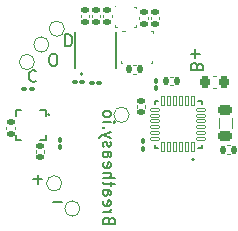
<source format=gbo>
G04 #@! TF.GenerationSoftware,KiCad,Pcbnew,(7.0.0)*
G04 #@! TF.CreationDate,2023-09-09T16:46:03-08:00*
G04 #@! TF.ProjectId,THINGY_2.0,5448494e-4759-45f3-922e-302e6b696361,rev?*
G04 #@! TF.SameCoordinates,Original*
G04 #@! TF.FileFunction,Legend,Bot*
G04 #@! TF.FilePolarity,Positive*
%FSLAX46Y46*%
G04 Gerber Fmt 4.6, Leading zero omitted, Abs format (unit mm)*
G04 Created by KiCad (PCBNEW (7.0.0)) date 2023-09-09 16:46:03*
%MOMM*%
%LPD*%
G01*
G04 APERTURE LIST*
G04 Aperture macros list*
%AMRoundRect*
0 Rectangle with rounded corners*
0 $1 Rounding radius*
0 $2 $3 $4 $5 $6 $7 $8 $9 X,Y pos of 4 corners*
0 Add a 4 corners polygon primitive as box body*
4,1,4,$2,$3,$4,$5,$6,$7,$8,$9,$2,$3,0*
0 Add four circle primitives for the rounded corners*
1,1,$1+$1,$2,$3*
1,1,$1+$1,$4,$5*
1,1,$1+$1,$6,$7*
1,1,$1+$1,$8,$9*
0 Add four rect primitives between the rounded corners*
20,1,$1+$1,$2,$3,$4,$5,0*
20,1,$1+$1,$4,$5,$6,$7,0*
20,1,$1+$1,$6,$7,$8,$9,0*
20,1,$1+$1,$8,$9,$2,$3,0*%
G04 Aperture macros list end*
%ADD10C,0.150000*%
%ADD11C,0.200000*%
%ADD12C,0.100000*%
%ADD13C,0.127000*%
%ADD14C,0.120000*%
%ADD15C,0.010000*%
%ADD16C,1.000000*%
%ADD17C,1.100000*%
%ADD18RoundRect,0.008100X0.126900X-0.396900X0.126900X0.396900X-0.126900X0.396900X-0.126900X-0.396900X0*%
%ADD19RoundRect,0.027000X0.378000X-0.108000X0.378000X0.108000X-0.378000X0.108000X-0.378000X-0.108000X0*%
%ADD20R,2.700000X2.700000*%
%ADD21RoundRect,0.100000X-0.130000X-0.100000X0.130000X-0.100000X0.130000X0.100000X-0.130000X0.100000X0*%
%ADD22RoundRect,0.140000X0.170000X-0.140000X0.170000X0.140000X-0.170000X0.140000X-0.170000X-0.140000X0*%
%ADD23RoundRect,0.100000X0.100000X-0.130000X0.100000X0.130000X-0.100000X0.130000X-0.100000X-0.130000X0*%
%ADD24RoundRect,0.140000X0.140000X0.170000X-0.140000X0.170000X-0.140000X-0.170000X0.140000X-0.170000X0*%
%ADD25RoundRect,0.218750X0.381250X-0.218750X0.381250X0.218750X-0.381250X0.218750X-0.381250X-0.218750X0*%
%ADD26RoundRect,0.100000X-0.100000X0.130000X-0.100000X-0.130000X0.100000X-0.130000X0.100000X0.130000X0*%
%ADD27R,0.400000X0.400000*%
%ADD28C,0.200000*%
%ADD29RoundRect,0.140000X-0.140000X-0.170000X0.140000X-0.170000X0.140000X0.170000X-0.140000X0.170000X0*%
%ADD30R,0.500000X0.350000*%
%ADD31RoundRect,0.100000X0.130000X0.100000X-0.130000X0.100000X-0.130000X-0.100000X0.130000X-0.100000X0*%
%ADD32RoundRect,0.225000X-0.225000X-0.250000X0.225000X-0.250000X0.225000X0.250000X-0.225000X0.250000X0*%
%ADD33RoundRect,0.140000X-0.170000X0.140000X-0.170000X-0.140000X0.170000X-0.140000X0.170000X0.140000X0*%
%ADD34R,2.184400X1.473200*%
%ADD35R,2.133600X1.651000*%
G04 APERTURE END LIST*
D10*
X115123059Y-75376980D02*
X115123059Y-74376980D01*
X115123059Y-74376980D02*
X115361154Y-74376980D01*
X115361154Y-74376980D02*
X115504011Y-74424600D01*
X115504011Y-74424600D02*
X115599249Y-74519838D01*
X115599249Y-74519838D02*
X115646868Y-74615076D01*
X115646868Y-74615076D02*
X115694487Y-74805552D01*
X115694487Y-74805552D02*
X115694487Y-74948409D01*
X115694487Y-74948409D02*
X115646868Y-75138885D01*
X115646868Y-75138885D02*
X115599249Y-75234123D01*
X115599249Y-75234123D02*
X115504011Y-75329361D01*
X115504011Y-75329361D02*
X115361154Y-75376980D01*
X115361154Y-75376980D02*
X115123059Y-75376980D01*
X114013535Y-76026980D02*
X114204011Y-76026980D01*
X114204011Y-76026980D02*
X114299249Y-76074600D01*
X114299249Y-76074600D02*
X114394487Y-76169838D01*
X114394487Y-76169838D02*
X114442106Y-76360314D01*
X114442106Y-76360314D02*
X114442106Y-76693647D01*
X114442106Y-76693647D02*
X114394487Y-76884123D01*
X114394487Y-76884123D02*
X114299249Y-76979361D01*
X114299249Y-76979361D02*
X114204011Y-77026980D01*
X114204011Y-77026980D02*
X114013535Y-77026980D01*
X114013535Y-77026980D02*
X113918297Y-76979361D01*
X113918297Y-76979361D02*
X113823059Y-76884123D01*
X113823059Y-76884123D02*
X113775440Y-76693647D01*
X113775440Y-76693647D02*
X113775440Y-76360314D01*
X113775440Y-76360314D02*
X113823059Y-76169838D01*
X113823059Y-76169838D02*
X113918297Y-76074600D01*
X113918297Y-76074600D02*
X114013535Y-76026980D01*
X112634487Y-78311742D02*
X112586868Y-78359361D01*
X112586868Y-78359361D02*
X112444011Y-78406980D01*
X112444011Y-78406980D02*
X112348773Y-78406980D01*
X112348773Y-78406980D02*
X112205916Y-78359361D01*
X112205916Y-78359361D02*
X112110678Y-78264123D01*
X112110678Y-78264123D02*
X112063059Y-78168885D01*
X112063059Y-78168885D02*
X112015440Y-77978409D01*
X112015440Y-77978409D02*
X112015440Y-77835552D01*
X112015440Y-77835552D02*
X112063059Y-77645076D01*
X112063059Y-77645076D02*
X112110678Y-77549838D01*
X112110678Y-77549838D02*
X112205916Y-77454600D01*
X112205916Y-77454600D02*
X112348773Y-77406980D01*
X112348773Y-77406980D02*
X112444011Y-77406980D01*
X112444011Y-77406980D02*
X112586868Y-77454600D01*
X112586868Y-77454600D02*
X112634487Y-77502219D01*
D11*
X118836392Y-90123171D02*
X118788773Y-89980314D01*
X118788773Y-89980314D02*
X118741154Y-89932695D01*
X118741154Y-89932695D02*
X118645916Y-89885076D01*
X118645916Y-89885076D02*
X118503059Y-89885076D01*
X118503059Y-89885076D02*
X118407821Y-89932695D01*
X118407821Y-89932695D02*
X118360202Y-89980314D01*
X118360202Y-89980314D02*
X118312583Y-90075552D01*
X118312583Y-90075552D02*
X118312583Y-90456504D01*
X118312583Y-90456504D02*
X119312583Y-90456504D01*
X119312583Y-90456504D02*
X119312583Y-90123171D01*
X119312583Y-90123171D02*
X119264964Y-90027933D01*
X119264964Y-90027933D02*
X119217344Y-89980314D01*
X119217344Y-89980314D02*
X119122106Y-89932695D01*
X119122106Y-89932695D02*
X119026868Y-89932695D01*
X119026868Y-89932695D02*
X118931630Y-89980314D01*
X118931630Y-89980314D02*
X118884011Y-90027933D01*
X118884011Y-90027933D02*
X118836392Y-90123171D01*
X118836392Y-90123171D02*
X118836392Y-90456504D01*
X118312583Y-89456504D02*
X118979249Y-89456504D01*
X118788773Y-89456504D02*
X118884011Y-89408885D01*
X118884011Y-89408885D02*
X118931630Y-89361266D01*
X118931630Y-89361266D02*
X118979249Y-89266028D01*
X118979249Y-89266028D02*
X118979249Y-89170790D01*
X118360202Y-88456504D02*
X118312583Y-88551742D01*
X118312583Y-88551742D02*
X118312583Y-88742218D01*
X118312583Y-88742218D02*
X118360202Y-88837456D01*
X118360202Y-88837456D02*
X118455440Y-88885075D01*
X118455440Y-88885075D02*
X118836392Y-88885075D01*
X118836392Y-88885075D02*
X118931630Y-88837456D01*
X118931630Y-88837456D02*
X118979249Y-88742218D01*
X118979249Y-88742218D02*
X118979249Y-88551742D01*
X118979249Y-88551742D02*
X118931630Y-88456504D01*
X118931630Y-88456504D02*
X118836392Y-88408885D01*
X118836392Y-88408885D02*
X118741154Y-88408885D01*
X118741154Y-88408885D02*
X118645916Y-88885075D01*
X118312583Y-87551742D02*
X118836392Y-87551742D01*
X118836392Y-87551742D02*
X118931630Y-87599361D01*
X118931630Y-87599361D02*
X118979249Y-87694599D01*
X118979249Y-87694599D02*
X118979249Y-87885075D01*
X118979249Y-87885075D02*
X118931630Y-87980313D01*
X118360202Y-87551742D02*
X118312583Y-87646980D01*
X118312583Y-87646980D02*
X118312583Y-87885075D01*
X118312583Y-87885075D02*
X118360202Y-87980313D01*
X118360202Y-87980313D02*
X118455440Y-88027932D01*
X118455440Y-88027932D02*
X118550678Y-88027932D01*
X118550678Y-88027932D02*
X118645916Y-87980313D01*
X118645916Y-87980313D02*
X118693535Y-87885075D01*
X118693535Y-87885075D02*
X118693535Y-87646980D01*
X118693535Y-87646980D02*
X118741154Y-87551742D01*
X118979249Y-87218408D02*
X118979249Y-86837456D01*
X119312583Y-87075551D02*
X118455440Y-87075551D01*
X118455440Y-87075551D02*
X118360202Y-87027932D01*
X118360202Y-87027932D02*
X118312583Y-86932694D01*
X118312583Y-86932694D02*
X118312583Y-86837456D01*
X118312583Y-86504122D02*
X119312583Y-86504122D01*
X118312583Y-86075551D02*
X118836392Y-86075551D01*
X118836392Y-86075551D02*
X118931630Y-86123170D01*
X118931630Y-86123170D02*
X118979249Y-86218408D01*
X118979249Y-86218408D02*
X118979249Y-86361265D01*
X118979249Y-86361265D02*
X118931630Y-86456503D01*
X118931630Y-86456503D02*
X118884011Y-86504122D01*
X118360202Y-85218408D02*
X118312583Y-85313646D01*
X118312583Y-85313646D02*
X118312583Y-85504122D01*
X118312583Y-85504122D02*
X118360202Y-85599360D01*
X118360202Y-85599360D02*
X118455440Y-85646979D01*
X118455440Y-85646979D02*
X118836392Y-85646979D01*
X118836392Y-85646979D02*
X118931630Y-85599360D01*
X118931630Y-85599360D02*
X118979249Y-85504122D01*
X118979249Y-85504122D02*
X118979249Y-85313646D01*
X118979249Y-85313646D02*
X118931630Y-85218408D01*
X118931630Y-85218408D02*
X118836392Y-85170789D01*
X118836392Y-85170789D02*
X118741154Y-85170789D01*
X118741154Y-85170789D02*
X118645916Y-85646979D01*
X118312583Y-84313646D02*
X118836392Y-84313646D01*
X118836392Y-84313646D02*
X118931630Y-84361265D01*
X118931630Y-84361265D02*
X118979249Y-84456503D01*
X118979249Y-84456503D02*
X118979249Y-84646979D01*
X118979249Y-84646979D02*
X118931630Y-84742217D01*
X118360202Y-84313646D02*
X118312583Y-84408884D01*
X118312583Y-84408884D02*
X118312583Y-84646979D01*
X118312583Y-84646979D02*
X118360202Y-84742217D01*
X118360202Y-84742217D02*
X118455440Y-84789836D01*
X118455440Y-84789836D02*
X118550678Y-84789836D01*
X118550678Y-84789836D02*
X118645916Y-84742217D01*
X118645916Y-84742217D02*
X118693535Y-84646979D01*
X118693535Y-84646979D02*
X118693535Y-84408884D01*
X118693535Y-84408884D02*
X118741154Y-84313646D01*
X118360202Y-83885074D02*
X118312583Y-83789836D01*
X118312583Y-83789836D02*
X118312583Y-83599360D01*
X118312583Y-83599360D02*
X118360202Y-83504122D01*
X118360202Y-83504122D02*
X118455440Y-83456503D01*
X118455440Y-83456503D02*
X118503059Y-83456503D01*
X118503059Y-83456503D02*
X118598297Y-83504122D01*
X118598297Y-83504122D02*
X118645916Y-83599360D01*
X118645916Y-83599360D02*
X118645916Y-83742217D01*
X118645916Y-83742217D02*
X118693535Y-83837455D01*
X118693535Y-83837455D02*
X118788773Y-83885074D01*
X118788773Y-83885074D02*
X118836392Y-83885074D01*
X118836392Y-83885074D02*
X118931630Y-83837455D01*
X118931630Y-83837455D02*
X118979249Y-83742217D01*
X118979249Y-83742217D02*
X118979249Y-83599360D01*
X118979249Y-83599360D02*
X118931630Y-83504122D01*
X118979249Y-83123169D02*
X118312583Y-82885074D01*
X118979249Y-82646979D02*
X118312583Y-82885074D01*
X118312583Y-82885074D02*
X118074487Y-82980312D01*
X118074487Y-82980312D02*
X118026868Y-83027931D01*
X118026868Y-83027931D02*
X117979249Y-83123169D01*
X118407821Y-82266026D02*
X118360202Y-82218407D01*
X118360202Y-82218407D02*
X118312583Y-82266026D01*
X118312583Y-82266026D02*
X118360202Y-82313645D01*
X118360202Y-82313645D02*
X118407821Y-82266026D01*
X118407821Y-82266026D02*
X118312583Y-82266026D01*
X118312583Y-81789836D02*
X118979249Y-81789836D01*
X119312583Y-81789836D02*
X119264964Y-81837455D01*
X119264964Y-81837455D02*
X119217344Y-81789836D01*
X119217344Y-81789836D02*
X119264964Y-81742217D01*
X119264964Y-81742217D02*
X119312583Y-81789836D01*
X119312583Y-81789836D02*
X119217344Y-81789836D01*
X118312583Y-81170789D02*
X118360202Y-81266027D01*
X118360202Y-81266027D02*
X118407821Y-81313646D01*
X118407821Y-81313646D02*
X118503059Y-81361265D01*
X118503059Y-81361265D02*
X118788773Y-81361265D01*
X118788773Y-81361265D02*
X118884011Y-81313646D01*
X118884011Y-81313646D02*
X118931630Y-81266027D01*
X118931630Y-81266027D02*
X118979249Y-81170789D01*
X118979249Y-81170789D02*
X118979249Y-81027932D01*
X118979249Y-81027932D02*
X118931630Y-80932694D01*
X118931630Y-80932694D02*
X118884011Y-80885075D01*
X118884011Y-80885075D02*
X118788773Y-80837456D01*
X118788773Y-80837456D02*
X118503059Y-80837456D01*
X118503059Y-80837456D02*
X118407821Y-80885075D01*
X118407821Y-80885075D02*
X118360202Y-80932694D01*
X118360202Y-80932694D02*
X118312583Y-81027932D01*
X118312583Y-81027932D02*
X118312583Y-81170789D01*
D10*
X113146868Y-86656028D02*
X112384964Y-86656028D01*
X112765916Y-87036980D02*
X112765916Y-86275076D01*
X114826868Y-88526028D02*
X114064964Y-88526028D01*
X126266392Y-77063171D02*
X126218773Y-76920314D01*
X126218773Y-76920314D02*
X126171154Y-76872695D01*
X126171154Y-76872695D02*
X126075916Y-76825076D01*
X126075916Y-76825076D02*
X125933059Y-76825076D01*
X125933059Y-76825076D02*
X125837821Y-76872695D01*
X125837821Y-76872695D02*
X125790202Y-76920314D01*
X125790202Y-76920314D02*
X125742583Y-77015552D01*
X125742583Y-77015552D02*
X125742583Y-77396504D01*
X125742583Y-77396504D02*
X126742583Y-77396504D01*
X126742583Y-77396504D02*
X126742583Y-77063171D01*
X126742583Y-77063171D02*
X126694964Y-76967933D01*
X126694964Y-76967933D02*
X126647344Y-76920314D01*
X126647344Y-76920314D02*
X126552106Y-76872695D01*
X126552106Y-76872695D02*
X126456868Y-76872695D01*
X126456868Y-76872695D02*
X126361630Y-76920314D01*
X126361630Y-76920314D02*
X126314011Y-76967933D01*
X126314011Y-76967933D02*
X126266392Y-77063171D01*
X126266392Y-77063171D02*
X126266392Y-77396504D01*
X126123535Y-76396504D02*
X126123535Y-75634600D01*
X125742583Y-76015552D02*
X126504487Y-76015552D01*
D12*
X120524964Y-81184600D02*
G75*
G03*
X120524964Y-81184600I-650000J0D01*
G01*
X112514964Y-76714600D02*
G75*
G03*
X112514964Y-76714600I-650000J0D01*
G01*
X113734964Y-75234600D02*
G75*
G03*
X113734964Y-75234600I-650000J0D01*
G01*
X115044964Y-73894600D02*
G75*
G03*
X115044964Y-73894600I-650000J0D01*
G01*
D13*
X113474200Y-83341400D02*
X113474200Y-82871400D01*
X113474200Y-83341400D02*
X113004200Y-83341400D01*
X113474200Y-80801400D02*
X113474200Y-81271400D01*
X113474200Y-80801400D02*
X113004200Y-80801400D01*
X110934200Y-83341400D02*
X111404200Y-83341400D01*
X110934200Y-83341400D02*
X110934200Y-82871400D01*
X110934200Y-80801400D02*
X111404200Y-80801400D01*
X110934200Y-80801400D02*
X110934200Y-81271400D01*
D10*
X113779200Y-81171400D02*
G75*
G03*
X113779200Y-81171400I-75000J0D01*
G01*
D13*
X122671200Y-83997000D02*
X122966200Y-83997000D01*
X122671200Y-83997000D02*
X122671200Y-83702000D01*
X126671200Y-83997000D02*
X126376200Y-83997000D01*
X126671200Y-83997000D02*
X126671200Y-83702000D01*
X122671200Y-79997000D02*
X122671200Y-80292000D01*
X122671200Y-79997000D02*
X122966200Y-79997000D01*
X126671200Y-79997000D02*
X126671200Y-80292000D01*
X126671200Y-79997000D02*
X126376200Y-79997000D01*
D11*
X126021200Y-84957000D02*
G75*
G03*
X126021200Y-84957000I-100000J0D01*
G01*
D14*
X121382200Y-73104836D02*
X121382200Y-72889164D01*
X122102200Y-73104836D02*
X122102200Y-72889164D01*
X124197800Y-78664600D02*
X123982128Y-78664600D01*
X124197800Y-77944600D02*
X123982128Y-77944600D01*
X128104964Y-82279222D02*
X128104964Y-81479978D01*
X129224964Y-82279222D02*
X129224964Y-81479978D01*
D13*
X119414964Y-74184600D02*
X119414964Y-77184600D01*
X115974964Y-77184600D02*
X115974964Y-74184600D01*
D11*
X116594964Y-77729600D02*
G75*
G03*
X116594964Y-77729600I-100000J0D01*
G01*
D14*
X110130000Y-82403836D02*
X110130000Y-82188164D01*
X110850000Y-82403836D02*
X110850000Y-82188164D01*
X116436400Y-72934236D02*
X116436400Y-72718564D01*
X117156400Y-72934236D02*
X117156400Y-72718564D01*
D12*
X116364964Y-89124600D02*
G75*
G03*
X116364964Y-89124600I-650000J0D01*
G01*
D14*
X121147364Y-80604836D02*
X121147364Y-80389164D01*
X121867364Y-80604836D02*
X121867364Y-80389164D01*
D12*
X121072800Y-72022600D02*
X120912800Y-72022600D01*
X121072800Y-72022600D02*
X121072800Y-72182600D01*
X121072800Y-73782600D02*
X121072800Y-73622600D01*
X121072800Y-73782600D02*
X120912800Y-73782600D01*
X119312800Y-73782600D02*
X119312800Y-73622600D01*
X119312800Y-73782600D02*
X119472800Y-73782600D01*
X119362800Y-72022600D02*
G75*
G03*
X119362800Y-72022600I-50000J0D01*
G01*
X114824964Y-86994600D02*
G75*
G03*
X114824964Y-86994600I-650000J0D01*
G01*
D14*
X117376200Y-72934236D02*
X117376200Y-72718564D01*
X118096200Y-72934236D02*
X118096200Y-72718564D01*
X128827128Y-83769600D02*
X129042800Y-83769600D01*
X128827128Y-84489600D02*
X129042800Y-84489600D01*
X121107200Y-77703000D02*
X120891528Y-77703000D01*
X121107200Y-76983000D02*
X120891528Y-76983000D01*
D12*
X122501600Y-74078200D02*
X122501600Y-74228200D01*
X122491600Y-74078200D02*
X122341600Y-74078200D01*
X120181600Y-74078200D02*
X119931600Y-74078200D01*
X119791600Y-76628200D02*
X119791600Y-76778200D01*
X122491600Y-76778200D02*
X122491600Y-76628200D01*
X122491600Y-76778200D02*
X122341600Y-76778200D01*
X119791600Y-76778200D02*
X119941600Y-76778200D01*
X119732428Y-74238200D02*
G75*
G03*
X119732428Y-74238200I-60828J0D01*
G01*
D14*
X127599384Y-77869600D02*
X127880544Y-77869600D01*
X127599384Y-78889600D02*
X127880544Y-78889600D01*
X119036000Y-72718564D02*
X119036000Y-72934236D01*
X118316000Y-72718564D02*
X118316000Y-72934236D01*
X122347400Y-73107436D02*
X122347400Y-72891764D01*
X123067400Y-73107436D02*
X123067400Y-72891764D01*
X113324964Y-84191764D02*
X113324964Y-84407436D01*
X112604964Y-84191764D02*
X112604964Y-84407436D01*
%LPC*%
G36*
X113204200Y-83021400D02*
G01*
X112754200Y-83021400D01*
X112754200Y-82621400D01*
X113204200Y-82621400D01*
X113204200Y-83021400D01*
G37*
D15*
X113204200Y-83021400D02*
X112754200Y-83021400D01*
X112754200Y-82621400D01*
X113204200Y-82621400D01*
X113204200Y-83021400D01*
G36*
X113204200Y-82521400D02*
G01*
X112754200Y-82521400D01*
X112754200Y-82121400D01*
X113204200Y-82121400D01*
X113204200Y-82521400D01*
G37*
X113204200Y-82521400D02*
X112754200Y-82521400D01*
X112754200Y-82121400D01*
X113204200Y-82121400D01*
X113204200Y-82521400D01*
G36*
X113204200Y-82021400D02*
G01*
X112754200Y-82021400D01*
X112754200Y-81621400D01*
X113204200Y-81621400D01*
X113204200Y-82021400D01*
G37*
X113204200Y-82021400D02*
X112754200Y-82021400D01*
X112754200Y-81621400D01*
X113204200Y-81621400D01*
X113204200Y-82021400D01*
G36*
X113204200Y-81521400D02*
G01*
X112754200Y-81521400D01*
X112754200Y-81121400D01*
X113204200Y-81121400D01*
X113204200Y-81521400D01*
G37*
X113204200Y-81521400D02*
X112754200Y-81521400D01*
X112754200Y-81121400D01*
X113204200Y-81121400D01*
X113204200Y-81521400D01*
G36*
X112654200Y-83071400D02*
G01*
X112254200Y-83071400D01*
X112254200Y-82621400D01*
X112654200Y-82621400D01*
X112654200Y-83071400D01*
G37*
X112654200Y-83071400D02*
X112254200Y-83071400D01*
X112254200Y-82621400D01*
X112654200Y-82621400D01*
X112654200Y-83071400D01*
G36*
X112654200Y-81521400D02*
G01*
X112254200Y-81521400D01*
X112254200Y-81071400D01*
X112654200Y-81071400D01*
X112654200Y-81521400D01*
G37*
X112654200Y-81521400D02*
X112254200Y-81521400D01*
X112254200Y-81071400D01*
X112654200Y-81071400D01*
X112654200Y-81521400D01*
G36*
X112154200Y-83071400D02*
G01*
X111754200Y-83071400D01*
X111754200Y-82621400D01*
X112154200Y-82621400D01*
X112154200Y-83071400D01*
G37*
X112154200Y-83071400D02*
X111754200Y-83071400D01*
X111754200Y-82621400D01*
X112154200Y-82621400D01*
X112154200Y-83071400D01*
G36*
X112154200Y-81521400D02*
G01*
X111754200Y-81521400D01*
X111754200Y-81071400D01*
X112154200Y-81071400D01*
X112154200Y-81521400D01*
G37*
X112154200Y-81521400D02*
X111754200Y-81521400D01*
X111754200Y-81071400D01*
X112154200Y-81071400D01*
X112154200Y-81521400D01*
G36*
X111654200Y-83021400D02*
G01*
X111204200Y-83021400D01*
X111204200Y-82621400D01*
X111654200Y-82621400D01*
X111654200Y-83021400D01*
G37*
X111654200Y-83021400D02*
X111204200Y-83021400D01*
X111204200Y-82621400D01*
X111654200Y-82621400D01*
X111654200Y-83021400D01*
G36*
X111654200Y-82521400D02*
G01*
X111204200Y-82521400D01*
X111204200Y-82121400D01*
X111654200Y-82121400D01*
X111654200Y-82521400D01*
G37*
X111654200Y-82521400D02*
X111204200Y-82521400D01*
X111204200Y-82121400D01*
X111654200Y-82121400D01*
X111654200Y-82521400D01*
G36*
X111654200Y-82021400D02*
G01*
X111204200Y-82021400D01*
X111204200Y-81621400D01*
X111654200Y-81621400D01*
X111654200Y-82021400D01*
G37*
X111654200Y-82021400D02*
X111204200Y-82021400D01*
X111204200Y-81621400D01*
X111654200Y-81621400D01*
X111654200Y-82021400D01*
G36*
X111654200Y-81521400D02*
G01*
X111204200Y-81521400D01*
X111204200Y-81121400D01*
X111654200Y-81121400D01*
X111654200Y-81521400D01*
G37*
X111654200Y-81521400D02*
X111204200Y-81521400D01*
X111204200Y-81121400D01*
X111654200Y-81121400D01*
X111654200Y-81521400D01*
D16*
X119874964Y-81184600D03*
D17*
X111864964Y-76714600D03*
X113084964Y-75234600D03*
X114394964Y-73894600D03*
D18*
X125921200Y-83947000D03*
X125421200Y-83947000D03*
X124921200Y-83947000D03*
X124421200Y-83947000D03*
X123921200Y-83947000D03*
X123921200Y-83947000D03*
X123421200Y-83947000D03*
D19*
X122721200Y-83247000D03*
X122721200Y-82747000D03*
X122721200Y-82247000D03*
X122721200Y-81747000D03*
X122721200Y-81247000D03*
X122721200Y-80747000D03*
D18*
X123421200Y-80047000D03*
X123921200Y-80047000D03*
X124421200Y-80047000D03*
X124921200Y-80047000D03*
X125421200Y-80047000D03*
X125921200Y-80047000D03*
D19*
X126621200Y-80747000D03*
X126621200Y-81247000D03*
X126621200Y-81747000D03*
X126621200Y-82247000D03*
X126621200Y-82747000D03*
X126621200Y-83247000D03*
D20*
X124671199Y-81996999D03*
D21*
X115921000Y-78435200D03*
X116561000Y-78435200D03*
D22*
X121742200Y-73477000D03*
X121742200Y-72517000D03*
D23*
X122789964Y-78949600D03*
X122789964Y-78309600D03*
D24*
X124569964Y-78304600D03*
X123609964Y-78304600D03*
D25*
X128664964Y-82942100D03*
X128664964Y-80817100D03*
D26*
X121666000Y-83423800D03*
X121666000Y-84063800D03*
D27*
X116494963Y-76884599D03*
X117294963Y-76884599D03*
X117294963Y-76884599D03*
X118094963Y-76884599D03*
X118894963Y-76884599D03*
X118894963Y-74484599D03*
X118094963Y-74484599D03*
X117294963Y-74484599D03*
X116494963Y-74484599D03*
D22*
X110490000Y-82776000D03*
X110490000Y-81816000D03*
X116796400Y-73306400D03*
X116796400Y-72346400D03*
D16*
X115714964Y-89124600D03*
D22*
X121507364Y-80977000D03*
X121507364Y-80017000D03*
D28*
X119626800Y-72336600D03*
X119626800Y-72902600D03*
X119626800Y-73468600D03*
X119909800Y-72619600D03*
X119909800Y-73185600D03*
X120192800Y-72336600D03*
X120192800Y-73468600D03*
X120475800Y-72619600D03*
X120475800Y-73185600D03*
X120758800Y-72336600D03*
X120758800Y-72902600D03*
X120758800Y-73468600D03*
D16*
X114174964Y-86994600D03*
D22*
X117736200Y-73306400D03*
X117736200Y-72346400D03*
D29*
X128454964Y-84129600D03*
X129414964Y-84129600D03*
D24*
X121479364Y-77343000D03*
X120519364Y-77343000D03*
D26*
X114681000Y-83307000D03*
X114681000Y-83947000D03*
D30*
X120116599Y-74453199D03*
X120116599Y-75103199D03*
X120116599Y-75753199D03*
X120116599Y-76403199D03*
X122166599Y-76403199D03*
X122166599Y-75753199D03*
X122166599Y-75103199D03*
X122166599Y-74453199D03*
D31*
X112283200Y-78994000D03*
X111643200Y-78994000D03*
D32*
X126964964Y-78379600D03*
X128514964Y-78379600D03*
D33*
X118676000Y-72346400D03*
X118676000Y-73306400D03*
D34*
X124562163Y-77028199D03*
D35*
X124587563Y-74208799D03*
D22*
X122707400Y-73479600D03*
X122707400Y-72519600D03*
D33*
X112964964Y-83819600D03*
X112964964Y-84779600D03*
D31*
X118008800Y-78460600D03*
X117368800Y-78460600D03*
M02*

</source>
